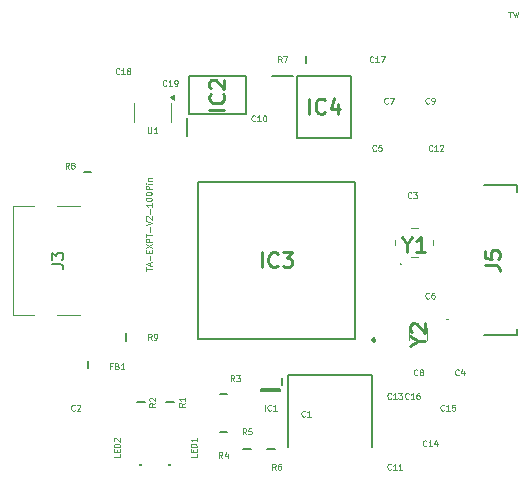
<source format=gbr>
%TF.GenerationSoftware,KiCad,Pcbnew,8.0.6-8.0.6-0~ubuntu24.04.1*%
%TF.CreationDate,2024-10-18T10:44:36-04:00*%
%TF.ProjectId,ta-expt-v2,74612d65-7870-4742-9d76-322e6b696361,rev?*%
%TF.SameCoordinates,Original*%
%TF.FileFunction,Legend,Top*%
%TF.FilePolarity,Positive*%
%FSLAX46Y46*%
G04 Gerber Fmt 4.6, Leading zero omitted, Abs format (unit mm)*
G04 Created by KiCad (PCBNEW 8.0.6-8.0.6-0~ubuntu24.04.1) date 2024-10-18 10:44:36*
%MOMM*%
%LPD*%
G01*
G04 APERTURE LIST*
%ADD10C,0.125000*%
%ADD11C,0.254000*%
%ADD12C,0.150000*%
%ADD13C,0.200000*%
%ADD14C,0.250000*%
%ADD15C,0.100000*%
%ADD16C,0.120000*%
G04 APERTURE END LIST*
D10*
X174629855Y-86932309D02*
X174915569Y-86932309D01*
X174772712Y-87432309D02*
X174772712Y-86932309D01*
X175034616Y-86932309D02*
X175153664Y-87432309D01*
X175153664Y-87432309D02*
X175248902Y-87075166D01*
X175248902Y-87075166D02*
X175344140Y-87432309D01*
X175344140Y-87432309D02*
X175463188Y-86932309D01*
X143932309Y-108870144D02*
X143932309Y-108584430D01*
X144432309Y-108727287D02*
X143932309Y-108727287D01*
X144289452Y-108441573D02*
X144289452Y-108203478D01*
X144432309Y-108489192D02*
X143932309Y-108322526D01*
X143932309Y-108322526D02*
X144432309Y-108155859D01*
X144241833Y-107989193D02*
X144241833Y-107608241D01*
X144170404Y-107370145D02*
X144170404Y-107203478D01*
X144432309Y-107132050D02*
X144432309Y-107370145D01*
X144432309Y-107370145D02*
X143932309Y-107370145D01*
X143932309Y-107370145D02*
X143932309Y-107132050D01*
X143932309Y-106965383D02*
X144432309Y-106632050D01*
X143932309Y-106632050D02*
X144432309Y-106965383D01*
X144432309Y-106441574D02*
X143932309Y-106441574D01*
X143932309Y-106441574D02*
X143932309Y-106251098D01*
X143932309Y-106251098D02*
X143956119Y-106203479D01*
X143956119Y-106203479D02*
X143979928Y-106179669D01*
X143979928Y-106179669D02*
X144027547Y-106155860D01*
X144027547Y-106155860D02*
X144098976Y-106155860D01*
X144098976Y-106155860D02*
X144146595Y-106179669D01*
X144146595Y-106179669D02*
X144170404Y-106203479D01*
X144170404Y-106203479D02*
X144194214Y-106251098D01*
X144194214Y-106251098D02*
X144194214Y-106441574D01*
X143932309Y-106013002D02*
X143932309Y-105727288D01*
X144432309Y-105870145D02*
X143932309Y-105870145D01*
X144241833Y-105560622D02*
X144241833Y-105179670D01*
X143932309Y-105013002D02*
X144432309Y-104846336D01*
X144432309Y-104846336D02*
X143932309Y-104679669D01*
X143979928Y-104536812D02*
X143956119Y-104513003D01*
X143956119Y-104513003D02*
X143932309Y-104465384D01*
X143932309Y-104465384D02*
X143932309Y-104346336D01*
X143932309Y-104346336D02*
X143956119Y-104298717D01*
X143956119Y-104298717D02*
X143979928Y-104274908D01*
X143979928Y-104274908D02*
X144027547Y-104251098D01*
X144027547Y-104251098D02*
X144075166Y-104251098D01*
X144075166Y-104251098D02*
X144146595Y-104274908D01*
X144146595Y-104274908D02*
X144432309Y-104560622D01*
X144432309Y-104560622D02*
X144432309Y-104251098D01*
X144241833Y-104036813D02*
X144241833Y-103655861D01*
X144432309Y-103155860D02*
X144432309Y-103441574D01*
X144432309Y-103298717D02*
X143932309Y-103298717D01*
X143932309Y-103298717D02*
X144003738Y-103346336D01*
X144003738Y-103346336D02*
X144051357Y-103393955D01*
X144051357Y-103393955D02*
X144075166Y-103441574D01*
X143932309Y-102846337D02*
X143932309Y-102798718D01*
X143932309Y-102798718D02*
X143956119Y-102751099D01*
X143956119Y-102751099D02*
X143979928Y-102727289D01*
X143979928Y-102727289D02*
X144027547Y-102703480D01*
X144027547Y-102703480D02*
X144122785Y-102679670D01*
X144122785Y-102679670D02*
X144241833Y-102679670D01*
X144241833Y-102679670D02*
X144337071Y-102703480D01*
X144337071Y-102703480D02*
X144384690Y-102727289D01*
X144384690Y-102727289D02*
X144408500Y-102751099D01*
X144408500Y-102751099D02*
X144432309Y-102798718D01*
X144432309Y-102798718D02*
X144432309Y-102846337D01*
X144432309Y-102846337D02*
X144408500Y-102893956D01*
X144408500Y-102893956D02*
X144384690Y-102917765D01*
X144384690Y-102917765D02*
X144337071Y-102941575D01*
X144337071Y-102941575D02*
X144241833Y-102965384D01*
X144241833Y-102965384D02*
X144122785Y-102965384D01*
X144122785Y-102965384D02*
X144027547Y-102941575D01*
X144027547Y-102941575D02*
X143979928Y-102917765D01*
X143979928Y-102917765D02*
X143956119Y-102893956D01*
X143956119Y-102893956D02*
X143932309Y-102846337D01*
X143932309Y-102370147D02*
X143932309Y-102322528D01*
X143932309Y-102322528D02*
X143956119Y-102274909D01*
X143956119Y-102274909D02*
X143979928Y-102251099D01*
X143979928Y-102251099D02*
X144027547Y-102227290D01*
X144027547Y-102227290D02*
X144122785Y-102203480D01*
X144122785Y-102203480D02*
X144241833Y-102203480D01*
X144241833Y-102203480D02*
X144337071Y-102227290D01*
X144337071Y-102227290D02*
X144384690Y-102251099D01*
X144384690Y-102251099D02*
X144408500Y-102274909D01*
X144408500Y-102274909D02*
X144432309Y-102322528D01*
X144432309Y-102322528D02*
X144432309Y-102370147D01*
X144432309Y-102370147D02*
X144408500Y-102417766D01*
X144408500Y-102417766D02*
X144384690Y-102441575D01*
X144384690Y-102441575D02*
X144337071Y-102465385D01*
X144337071Y-102465385D02*
X144241833Y-102489194D01*
X144241833Y-102489194D02*
X144122785Y-102489194D01*
X144122785Y-102489194D02*
X144027547Y-102465385D01*
X144027547Y-102465385D02*
X143979928Y-102441575D01*
X143979928Y-102441575D02*
X143956119Y-102417766D01*
X143956119Y-102417766D02*
X143932309Y-102370147D01*
X144432309Y-101989195D02*
X143932309Y-101989195D01*
X143932309Y-101989195D02*
X143932309Y-101798719D01*
X143932309Y-101798719D02*
X143956119Y-101751100D01*
X143956119Y-101751100D02*
X143979928Y-101727290D01*
X143979928Y-101727290D02*
X144027547Y-101703481D01*
X144027547Y-101703481D02*
X144098976Y-101703481D01*
X144098976Y-101703481D02*
X144146595Y-101727290D01*
X144146595Y-101727290D02*
X144170404Y-101751100D01*
X144170404Y-101751100D02*
X144194214Y-101798719D01*
X144194214Y-101798719D02*
X144194214Y-101989195D01*
X144432309Y-101489195D02*
X144098976Y-101489195D01*
X143932309Y-101489195D02*
X143956119Y-101513004D01*
X143956119Y-101513004D02*
X143979928Y-101489195D01*
X143979928Y-101489195D02*
X143956119Y-101465385D01*
X143956119Y-101465385D02*
X143932309Y-101489195D01*
X143932309Y-101489195D02*
X143979928Y-101489195D01*
X144098976Y-101251100D02*
X144432309Y-101251100D01*
X144146595Y-101251100D02*
X144122785Y-101227290D01*
X144122785Y-101227290D02*
X144098976Y-101179671D01*
X144098976Y-101179671D02*
X144098976Y-101108243D01*
X144098976Y-101108243D02*
X144122785Y-101060624D01*
X144122785Y-101060624D02*
X144170404Y-101036814D01*
X144170404Y-101036814D02*
X144432309Y-101036814D01*
X169178571Y-120677190D02*
X169154762Y-120701000D01*
X169154762Y-120701000D02*
X169083333Y-120724809D01*
X169083333Y-120724809D02*
X169035714Y-120724809D01*
X169035714Y-120724809D02*
X168964286Y-120701000D01*
X168964286Y-120701000D02*
X168916667Y-120653380D01*
X168916667Y-120653380D02*
X168892857Y-120605761D01*
X168892857Y-120605761D02*
X168869048Y-120510523D01*
X168869048Y-120510523D02*
X168869048Y-120439095D01*
X168869048Y-120439095D02*
X168892857Y-120343857D01*
X168892857Y-120343857D02*
X168916667Y-120296238D01*
X168916667Y-120296238D02*
X168964286Y-120248619D01*
X168964286Y-120248619D02*
X169035714Y-120224809D01*
X169035714Y-120224809D02*
X169083333Y-120224809D01*
X169083333Y-120224809D02*
X169154762Y-120248619D01*
X169154762Y-120248619D02*
X169178571Y-120272428D01*
X169654762Y-120724809D02*
X169369048Y-120724809D01*
X169511905Y-120724809D02*
X169511905Y-120224809D01*
X169511905Y-120224809D02*
X169464286Y-120296238D01*
X169464286Y-120296238D02*
X169416667Y-120343857D01*
X169416667Y-120343857D02*
X169369048Y-120367666D01*
X170107142Y-120224809D02*
X169869047Y-120224809D01*
X169869047Y-120224809D02*
X169845238Y-120462904D01*
X169845238Y-120462904D02*
X169869047Y-120439095D01*
X169869047Y-120439095D02*
X169916666Y-120415285D01*
X169916666Y-120415285D02*
X170035714Y-120415285D01*
X170035714Y-120415285D02*
X170083333Y-120439095D01*
X170083333Y-120439095D02*
X170107142Y-120462904D01*
X170107142Y-120462904D02*
X170130952Y-120510523D01*
X170130952Y-120510523D02*
X170130952Y-120629571D01*
X170130952Y-120629571D02*
X170107142Y-120677190D01*
X170107142Y-120677190D02*
X170083333Y-120701000D01*
X170083333Y-120701000D02*
X170035714Y-120724809D01*
X170035714Y-120724809D02*
X169916666Y-120724809D01*
X169916666Y-120724809D02*
X169869047Y-120701000D01*
X169869047Y-120701000D02*
X169845238Y-120677190D01*
X164678571Y-125677190D02*
X164654762Y-125701000D01*
X164654762Y-125701000D02*
X164583333Y-125724809D01*
X164583333Y-125724809D02*
X164535714Y-125724809D01*
X164535714Y-125724809D02*
X164464286Y-125701000D01*
X164464286Y-125701000D02*
X164416667Y-125653380D01*
X164416667Y-125653380D02*
X164392857Y-125605761D01*
X164392857Y-125605761D02*
X164369048Y-125510523D01*
X164369048Y-125510523D02*
X164369048Y-125439095D01*
X164369048Y-125439095D02*
X164392857Y-125343857D01*
X164392857Y-125343857D02*
X164416667Y-125296238D01*
X164416667Y-125296238D02*
X164464286Y-125248619D01*
X164464286Y-125248619D02*
X164535714Y-125224809D01*
X164535714Y-125224809D02*
X164583333Y-125224809D01*
X164583333Y-125224809D02*
X164654762Y-125248619D01*
X164654762Y-125248619D02*
X164678571Y-125272428D01*
X165154762Y-125724809D02*
X164869048Y-125724809D01*
X165011905Y-125724809D02*
X165011905Y-125224809D01*
X165011905Y-125224809D02*
X164964286Y-125296238D01*
X164964286Y-125296238D02*
X164916667Y-125343857D01*
X164916667Y-125343857D02*
X164869048Y-125367666D01*
X165630952Y-125724809D02*
X165345238Y-125724809D01*
X165488095Y-125724809D02*
X165488095Y-125224809D01*
X165488095Y-125224809D02*
X165440476Y-125296238D01*
X165440476Y-125296238D02*
X165392857Y-125343857D01*
X165392857Y-125343857D02*
X165345238Y-125367666D01*
X154916666Y-125724809D02*
X154750000Y-125486714D01*
X154630952Y-125724809D02*
X154630952Y-125224809D01*
X154630952Y-125224809D02*
X154821428Y-125224809D01*
X154821428Y-125224809D02*
X154869047Y-125248619D01*
X154869047Y-125248619D02*
X154892857Y-125272428D01*
X154892857Y-125272428D02*
X154916666Y-125320047D01*
X154916666Y-125320047D02*
X154916666Y-125391476D01*
X154916666Y-125391476D02*
X154892857Y-125439095D01*
X154892857Y-125439095D02*
X154869047Y-125462904D01*
X154869047Y-125462904D02*
X154821428Y-125486714D01*
X154821428Y-125486714D02*
X154630952Y-125486714D01*
X155345238Y-125224809D02*
X155250000Y-125224809D01*
X155250000Y-125224809D02*
X155202381Y-125248619D01*
X155202381Y-125248619D02*
X155178571Y-125272428D01*
X155178571Y-125272428D02*
X155130952Y-125343857D01*
X155130952Y-125343857D02*
X155107143Y-125439095D01*
X155107143Y-125439095D02*
X155107143Y-125629571D01*
X155107143Y-125629571D02*
X155130952Y-125677190D01*
X155130952Y-125677190D02*
X155154762Y-125701000D01*
X155154762Y-125701000D02*
X155202381Y-125724809D01*
X155202381Y-125724809D02*
X155297619Y-125724809D01*
X155297619Y-125724809D02*
X155345238Y-125701000D01*
X155345238Y-125701000D02*
X155369047Y-125677190D01*
X155369047Y-125677190D02*
X155392857Y-125629571D01*
X155392857Y-125629571D02*
X155392857Y-125510523D01*
X155392857Y-125510523D02*
X155369047Y-125462904D01*
X155369047Y-125462904D02*
X155345238Y-125439095D01*
X155345238Y-125439095D02*
X155297619Y-125415285D01*
X155297619Y-125415285D02*
X155202381Y-125415285D01*
X155202381Y-125415285D02*
X155154762Y-125439095D01*
X155154762Y-125439095D02*
X155130952Y-125462904D01*
X155130952Y-125462904D02*
X155107143Y-125510523D01*
X147224809Y-120083333D02*
X146986714Y-120249999D01*
X147224809Y-120369047D02*
X146724809Y-120369047D01*
X146724809Y-120369047D02*
X146724809Y-120178571D01*
X146724809Y-120178571D02*
X146748619Y-120130952D01*
X146748619Y-120130952D02*
X146772428Y-120107142D01*
X146772428Y-120107142D02*
X146820047Y-120083333D01*
X146820047Y-120083333D02*
X146891476Y-120083333D01*
X146891476Y-120083333D02*
X146939095Y-120107142D01*
X146939095Y-120107142D02*
X146962904Y-120130952D01*
X146962904Y-120130952D02*
X146986714Y-120178571D01*
X146986714Y-120178571D02*
X146986714Y-120369047D01*
X147224809Y-119607142D02*
X147224809Y-119892856D01*
X147224809Y-119749999D02*
X146724809Y-119749999D01*
X146724809Y-119749999D02*
X146796238Y-119797618D01*
X146796238Y-119797618D02*
X146843857Y-119845237D01*
X146843857Y-119845237D02*
X146867666Y-119892856D01*
X166916666Y-117677190D02*
X166892857Y-117701000D01*
X166892857Y-117701000D02*
X166821428Y-117724809D01*
X166821428Y-117724809D02*
X166773809Y-117724809D01*
X166773809Y-117724809D02*
X166702381Y-117701000D01*
X166702381Y-117701000D02*
X166654762Y-117653380D01*
X166654762Y-117653380D02*
X166630952Y-117605761D01*
X166630952Y-117605761D02*
X166607143Y-117510523D01*
X166607143Y-117510523D02*
X166607143Y-117439095D01*
X166607143Y-117439095D02*
X166630952Y-117343857D01*
X166630952Y-117343857D02*
X166654762Y-117296238D01*
X166654762Y-117296238D02*
X166702381Y-117248619D01*
X166702381Y-117248619D02*
X166773809Y-117224809D01*
X166773809Y-117224809D02*
X166821428Y-117224809D01*
X166821428Y-117224809D02*
X166892857Y-117248619D01*
X166892857Y-117248619D02*
X166916666Y-117272428D01*
X167202381Y-117439095D02*
X167154762Y-117415285D01*
X167154762Y-117415285D02*
X167130952Y-117391476D01*
X167130952Y-117391476D02*
X167107143Y-117343857D01*
X167107143Y-117343857D02*
X167107143Y-117320047D01*
X167107143Y-117320047D02*
X167130952Y-117272428D01*
X167130952Y-117272428D02*
X167154762Y-117248619D01*
X167154762Y-117248619D02*
X167202381Y-117224809D01*
X167202381Y-117224809D02*
X167297619Y-117224809D01*
X167297619Y-117224809D02*
X167345238Y-117248619D01*
X167345238Y-117248619D02*
X167369047Y-117272428D01*
X167369047Y-117272428D02*
X167392857Y-117320047D01*
X167392857Y-117320047D02*
X167392857Y-117343857D01*
X167392857Y-117343857D02*
X167369047Y-117391476D01*
X167369047Y-117391476D02*
X167345238Y-117415285D01*
X167345238Y-117415285D02*
X167297619Y-117439095D01*
X167297619Y-117439095D02*
X167202381Y-117439095D01*
X167202381Y-117439095D02*
X167154762Y-117462904D01*
X167154762Y-117462904D02*
X167130952Y-117486714D01*
X167130952Y-117486714D02*
X167107143Y-117534333D01*
X167107143Y-117534333D02*
X167107143Y-117629571D01*
X167107143Y-117629571D02*
X167130952Y-117677190D01*
X167130952Y-117677190D02*
X167154762Y-117701000D01*
X167154762Y-117701000D02*
X167202381Y-117724809D01*
X167202381Y-117724809D02*
X167297619Y-117724809D01*
X167297619Y-117724809D02*
X167345238Y-117701000D01*
X167345238Y-117701000D02*
X167369047Y-117677190D01*
X167369047Y-117677190D02*
X167392857Y-117629571D01*
X167392857Y-117629571D02*
X167392857Y-117534333D01*
X167392857Y-117534333D02*
X167369047Y-117486714D01*
X167369047Y-117486714D02*
X167345238Y-117462904D01*
X167345238Y-117462904D02*
X167297619Y-117439095D01*
X163178571Y-91177190D02*
X163154762Y-91201000D01*
X163154762Y-91201000D02*
X163083333Y-91224809D01*
X163083333Y-91224809D02*
X163035714Y-91224809D01*
X163035714Y-91224809D02*
X162964286Y-91201000D01*
X162964286Y-91201000D02*
X162916667Y-91153380D01*
X162916667Y-91153380D02*
X162892857Y-91105761D01*
X162892857Y-91105761D02*
X162869048Y-91010523D01*
X162869048Y-91010523D02*
X162869048Y-90939095D01*
X162869048Y-90939095D02*
X162892857Y-90843857D01*
X162892857Y-90843857D02*
X162916667Y-90796238D01*
X162916667Y-90796238D02*
X162964286Y-90748619D01*
X162964286Y-90748619D02*
X163035714Y-90724809D01*
X163035714Y-90724809D02*
X163083333Y-90724809D01*
X163083333Y-90724809D02*
X163154762Y-90748619D01*
X163154762Y-90748619D02*
X163178571Y-90772428D01*
X163654762Y-91224809D02*
X163369048Y-91224809D01*
X163511905Y-91224809D02*
X163511905Y-90724809D01*
X163511905Y-90724809D02*
X163464286Y-90796238D01*
X163464286Y-90796238D02*
X163416667Y-90843857D01*
X163416667Y-90843857D02*
X163369048Y-90867666D01*
X163821428Y-90724809D02*
X164154761Y-90724809D01*
X164154761Y-90724809D02*
X163940476Y-91224809D01*
X157416666Y-121177190D02*
X157392857Y-121201000D01*
X157392857Y-121201000D02*
X157321428Y-121224809D01*
X157321428Y-121224809D02*
X157273809Y-121224809D01*
X157273809Y-121224809D02*
X157202381Y-121201000D01*
X157202381Y-121201000D02*
X157154762Y-121153380D01*
X157154762Y-121153380D02*
X157130952Y-121105761D01*
X157130952Y-121105761D02*
X157107143Y-121010523D01*
X157107143Y-121010523D02*
X157107143Y-120939095D01*
X157107143Y-120939095D02*
X157130952Y-120843857D01*
X157130952Y-120843857D02*
X157154762Y-120796238D01*
X157154762Y-120796238D02*
X157202381Y-120748619D01*
X157202381Y-120748619D02*
X157273809Y-120724809D01*
X157273809Y-120724809D02*
X157321428Y-120724809D01*
X157321428Y-120724809D02*
X157392857Y-120748619D01*
X157392857Y-120748619D02*
X157416666Y-120772428D01*
X157892857Y-121224809D02*
X157607143Y-121224809D01*
X157750000Y-121224809D02*
X157750000Y-120724809D01*
X157750000Y-120724809D02*
X157702381Y-120796238D01*
X157702381Y-120796238D02*
X157654762Y-120843857D01*
X157654762Y-120843857D02*
X157607143Y-120867666D01*
D11*
X153760237Y-108574318D02*
X153760237Y-107304318D01*
X155090714Y-108453365D02*
X155030238Y-108513842D01*
X155030238Y-108513842D02*
X154848809Y-108574318D01*
X154848809Y-108574318D02*
X154727857Y-108574318D01*
X154727857Y-108574318D02*
X154546428Y-108513842D01*
X154546428Y-108513842D02*
X154425476Y-108392889D01*
X154425476Y-108392889D02*
X154364999Y-108271937D01*
X154364999Y-108271937D02*
X154304523Y-108030032D01*
X154304523Y-108030032D02*
X154304523Y-107848603D01*
X154304523Y-107848603D02*
X154364999Y-107606699D01*
X154364999Y-107606699D02*
X154425476Y-107485746D01*
X154425476Y-107485746D02*
X154546428Y-107364794D01*
X154546428Y-107364794D02*
X154727857Y-107304318D01*
X154727857Y-107304318D02*
X154848809Y-107304318D01*
X154848809Y-107304318D02*
X155030238Y-107364794D01*
X155030238Y-107364794D02*
X155090714Y-107425270D01*
X155514047Y-107304318D02*
X156300238Y-107304318D01*
X156300238Y-107304318D02*
X155876904Y-107788127D01*
X155876904Y-107788127D02*
X156058333Y-107788127D01*
X156058333Y-107788127D02*
X156179285Y-107848603D01*
X156179285Y-107848603D02*
X156239761Y-107909080D01*
X156239761Y-107909080D02*
X156300238Y-108030032D01*
X156300238Y-108030032D02*
X156300238Y-108332413D01*
X156300238Y-108332413D02*
X156239761Y-108453365D01*
X156239761Y-108453365D02*
X156179285Y-108513842D01*
X156179285Y-108513842D02*
X156058333Y-108574318D01*
X156058333Y-108574318D02*
X155695476Y-108574318D01*
X155695476Y-108574318D02*
X155574523Y-108513842D01*
X155574523Y-108513842D02*
X155514047Y-108453365D01*
D10*
X153178571Y-96177190D02*
X153154762Y-96201000D01*
X153154762Y-96201000D02*
X153083333Y-96224809D01*
X153083333Y-96224809D02*
X153035714Y-96224809D01*
X153035714Y-96224809D02*
X152964286Y-96201000D01*
X152964286Y-96201000D02*
X152916667Y-96153380D01*
X152916667Y-96153380D02*
X152892857Y-96105761D01*
X152892857Y-96105761D02*
X152869048Y-96010523D01*
X152869048Y-96010523D02*
X152869048Y-95939095D01*
X152869048Y-95939095D02*
X152892857Y-95843857D01*
X152892857Y-95843857D02*
X152916667Y-95796238D01*
X152916667Y-95796238D02*
X152964286Y-95748619D01*
X152964286Y-95748619D02*
X153035714Y-95724809D01*
X153035714Y-95724809D02*
X153083333Y-95724809D01*
X153083333Y-95724809D02*
X153154762Y-95748619D01*
X153154762Y-95748619D02*
X153178571Y-95772428D01*
X153654762Y-96224809D02*
X153369048Y-96224809D01*
X153511905Y-96224809D02*
X153511905Y-95724809D01*
X153511905Y-95724809D02*
X153464286Y-95796238D01*
X153464286Y-95796238D02*
X153416667Y-95843857D01*
X153416667Y-95843857D02*
X153369048Y-95867666D01*
X153964285Y-95724809D02*
X154011904Y-95724809D01*
X154011904Y-95724809D02*
X154059523Y-95748619D01*
X154059523Y-95748619D02*
X154083333Y-95772428D01*
X154083333Y-95772428D02*
X154107142Y-95820047D01*
X154107142Y-95820047D02*
X154130952Y-95915285D01*
X154130952Y-95915285D02*
X154130952Y-96034333D01*
X154130952Y-96034333D02*
X154107142Y-96129571D01*
X154107142Y-96129571D02*
X154083333Y-96177190D01*
X154083333Y-96177190D02*
X154059523Y-96201000D01*
X154059523Y-96201000D02*
X154011904Y-96224809D01*
X154011904Y-96224809D02*
X153964285Y-96224809D01*
X153964285Y-96224809D02*
X153916666Y-96201000D01*
X153916666Y-96201000D02*
X153892857Y-96177190D01*
X153892857Y-96177190D02*
X153869047Y-96129571D01*
X153869047Y-96129571D02*
X153845238Y-96034333D01*
X153845238Y-96034333D02*
X153845238Y-95915285D01*
X153845238Y-95915285D02*
X153869047Y-95820047D01*
X153869047Y-95820047D02*
X153892857Y-95772428D01*
X153892857Y-95772428D02*
X153916666Y-95748619D01*
X153916666Y-95748619D02*
X153964285Y-95724809D01*
D11*
X157760237Y-95574318D02*
X157760237Y-94304318D01*
X159090714Y-95453365D02*
X159030238Y-95513842D01*
X159030238Y-95513842D02*
X158848809Y-95574318D01*
X158848809Y-95574318D02*
X158727857Y-95574318D01*
X158727857Y-95574318D02*
X158546428Y-95513842D01*
X158546428Y-95513842D02*
X158425476Y-95392889D01*
X158425476Y-95392889D02*
X158364999Y-95271937D01*
X158364999Y-95271937D02*
X158304523Y-95030032D01*
X158304523Y-95030032D02*
X158304523Y-94848603D01*
X158304523Y-94848603D02*
X158364999Y-94606699D01*
X158364999Y-94606699D02*
X158425476Y-94485746D01*
X158425476Y-94485746D02*
X158546428Y-94364794D01*
X158546428Y-94364794D02*
X158727857Y-94304318D01*
X158727857Y-94304318D02*
X158848809Y-94304318D01*
X158848809Y-94304318D02*
X159030238Y-94364794D01*
X159030238Y-94364794D02*
X159090714Y-94425270D01*
X160179285Y-94727651D02*
X160179285Y-95574318D01*
X159876904Y-94243842D02*
X159574523Y-95150984D01*
X159574523Y-95150984D02*
X160360714Y-95150984D01*
D10*
X163416666Y-98677190D02*
X163392857Y-98701000D01*
X163392857Y-98701000D02*
X163321428Y-98724809D01*
X163321428Y-98724809D02*
X163273809Y-98724809D01*
X163273809Y-98724809D02*
X163202381Y-98701000D01*
X163202381Y-98701000D02*
X163154762Y-98653380D01*
X163154762Y-98653380D02*
X163130952Y-98605761D01*
X163130952Y-98605761D02*
X163107143Y-98510523D01*
X163107143Y-98510523D02*
X163107143Y-98439095D01*
X163107143Y-98439095D02*
X163130952Y-98343857D01*
X163130952Y-98343857D02*
X163154762Y-98296238D01*
X163154762Y-98296238D02*
X163202381Y-98248619D01*
X163202381Y-98248619D02*
X163273809Y-98224809D01*
X163273809Y-98224809D02*
X163321428Y-98224809D01*
X163321428Y-98224809D02*
X163392857Y-98248619D01*
X163392857Y-98248619D02*
X163416666Y-98272428D01*
X163869047Y-98224809D02*
X163630952Y-98224809D01*
X163630952Y-98224809D02*
X163607143Y-98462904D01*
X163607143Y-98462904D02*
X163630952Y-98439095D01*
X163630952Y-98439095D02*
X163678571Y-98415285D01*
X163678571Y-98415285D02*
X163797619Y-98415285D01*
X163797619Y-98415285D02*
X163845238Y-98439095D01*
X163845238Y-98439095D02*
X163869047Y-98462904D01*
X163869047Y-98462904D02*
X163892857Y-98510523D01*
X163892857Y-98510523D02*
X163892857Y-98629571D01*
X163892857Y-98629571D02*
X163869047Y-98677190D01*
X163869047Y-98677190D02*
X163845238Y-98701000D01*
X163845238Y-98701000D02*
X163797619Y-98724809D01*
X163797619Y-98724809D02*
X163678571Y-98724809D01*
X163678571Y-98724809D02*
X163630952Y-98701000D01*
X163630952Y-98701000D02*
X163607143Y-98677190D01*
X145678571Y-93177190D02*
X145654762Y-93201000D01*
X145654762Y-93201000D02*
X145583333Y-93224809D01*
X145583333Y-93224809D02*
X145535714Y-93224809D01*
X145535714Y-93224809D02*
X145464286Y-93201000D01*
X145464286Y-93201000D02*
X145416667Y-93153380D01*
X145416667Y-93153380D02*
X145392857Y-93105761D01*
X145392857Y-93105761D02*
X145369048Y-93010523D01*
X145369048Y-93010523D02*
X145369048Y-92939095D01*
X145369048Y-92939095D02*
X145392857Y-92843857D01*
X145392857Y-92843857D02*
X145416667Y-92796238D01*
X145416667Y-92796238D02*
X145464286Y-92748619D01*
X145464286Y-92748619D02*
X145535714Y-92724809D01*
X145535714Y-92724809D02*
X145583333Y-92724809D01*
X145583333Y-92724809D02*
X145654762Y-92748619D01*
X145654762Y-92748619D02*
X145678571Y-92772428D01*
X146154762Y-93224809D02*
X145869048Y-93224809D01*
X146011905Y-93224809D02*
X146011905Y-92724809D01*
X146011905Y-92724809D02*
X145964286Y-92796238D01*
X145964286Y-92796238D02*
X145916667Y-92843857D01*
X145916667Y-92843857D02*
X145869048Y-92867666D01*
X146392857Y-93224809D02*
X146488095Y-93224809D01*
X146488095Y-93224809D02*
X146535714Y-93201000D01*
X146535714Y-93201000D02*
X146559523Y-93177190D01*
X146559523Y-93177190D02*
X146607142Y-93105761D01*
X146607142Y-93105761D02*
X146630952Y-93010523D01*
X146630952Y-93010523D02*
X146630952Y-92820047D01*
X146630952Y-92820047D02*
X146607142Y-92772428D01*
X146607142Y-92772428D02*
X146583333Y-92748619D01*
X146583333Y-92748619D02*
X146535714Y-92724809D01*
X146535714Y-92724809D02*
X146440476Y-92724809D01*
X146440476Y-92724809D02*
X146392857Y-92748619D01*
X146392857Y-92748619D02*
X146369047Y-92772428D01*
X146369047Y-92772428D02*
X146345238Y-92820047D01*
X146345238Y-92820047D02*
X146345238Y-92939095D01*
X146345238Y-92939095D02*
X146369047Y-92986714D01*
X146369047Y-92986714D02*
X146392857Y-93010523D01*
X146392857Y-93010523D02*
X146440476Y-93034333D01*
X146440476Y-93034333D02*
X146535714Y-93034333D01*
X146535714Y-93034333D02*
X146583333Y-93010523D01*
X146583333Y-93010523D02*
X146607142Y-92986714D01*
X146607142Y-92986714D02*
X146630952Y-92939095D01*
X141678571Y-92177190D02*
X141654762Y-92201000D01*
X141654762Y-92201000D02*
X141583333Y-92224809D01*
X141583333Y-92224809D02*
X141535714Y-92224809D01*
X141535714Y-92224809D02*
X141464286Y-92201000D01*
X141464286Y-92201000D02*
X141416667Y-92153380D01*
X141416667Y-92153380D02*
X141392857Y-92105761D01*
X141392857Y-92105761D02*
X141369048Y-92010523D01*
X141369048Y-92010523D02*
X141369048Y-91939095D01*
X141369048Y-91939095D02*
X141392857Y-91843857D01*
X141392857Y-91843857D02*
X141416667Y-91796238D01*
X141416667Y-91796238D02*
X141464286Y-91748619D01*
X141464286Y-91748619D02*
X141535714Y-91724809D01*
X141535714Y-91724809D02*
X141583333Y-91724809D01*
X141583333Y-91724809D02*
X141654762Y-91748619D01*
X141654762Y-91748619D02*
X141678571Y-91772428D01*
X142154762Y-92224809D02*
X141869048Y-92224809D01*
X142011905Y-92224809D02*
X142011905Y-91724809D01*
X142011905Y-91724809D02*
X141964286Y-91796238D01*
X141964286Y-91796238D02*
X141916667Y-91843857D01*
X141916667Y-91843857D02*
X141869048Y-91867666D01*
X142440476Y-91939095D02*
X142392857Y-91915285D01*
X142392857Y-91915285D02*
X142369047Y-91891476D01*
X142369047Y-91891476D02*
X142345238Y-91843857D01*
X142345238Y-91843857D02*
X142345238Y-91820047D01*
X142345238Y-91820047D02*
X142369047Y-91772428D01*
X142369047Y-91772428D02*
X142392857Y-91748619D01*
X142392857Y-91748619D02*
X142440476Y-91724809D01*
X142440476Y-91724809D02*
X142535714Y-91724809D01*
X142535714Y-91724809D02*
X142583333Y-91748619D01*
X142583333Y-91748619D02*
X142607142Y-91772428D01*
X142607142Y-91772428D02*
X142630952Y-91820047D01*
X142630952Y-91820047D02*
X142630952Y-91843857D01*
X142630952Y-91843857D02*
X142607142Y-91891476D01*
X142607142Y-91891476D02*
X142583333Y-91915285D01*
X142583333Y-91915285D02*
X142535714Y-91939095D01*
X142535714Y-91939095D02*
X142440476Y-91939095D01*
X142440476Y-91939095D02*
X142392857Y-91962904D01*
X142392857Y-91962904D02*
X142369047Y-91986714D01*
X142369047Y-91986714D02*
X142345238Y-92034333D01*
X142345238Y-92034333D02*
X142345238Y-92129571D01*
X142345238Y-92129571D02*
X142369047Y-92177190D01*
X142369047Y-92177190D02*
X142392857Y-92201000D01*
X142392857Y-92201000D02*
X142440476Y-92224809D01*
X142440476Y-92224809D02*
X142535714Y-92224809D01*
X142535714Y-92224809D02*
X142583333Y-92201000D01*
X142583333Y-92201000D02*
X142607142Y-92177190D01*
X142607142Y-92177190D02*
X142630952Y-92129571D01*
X142630952Y-92129571D02*
X142630952Y-92034333D01*
X142630952Y-92034333D02*
X142607142Y-91986714D01*
X142607142Y-91986714D02*
X142583333Y-91962904D01*
X142583333Y-91962904D02*
X142535714Y-91939095D01*
X167916666Y-111177190D02*
X167892857Y-111201000D01*
X167892857Y-111201000D02*
X167821428Y-111224809D01*
X167821428Y-111224809D02*
X167773809Y-111224809D01*
X167773809Y-111224809D02*
X167702381Y-111201000D01*
X167702381Y-111201000D02*
X167654762Y-111153380D01*
X167654762Y-111153380D02*
X167630952Y-111105761D01*
X167630952Y-111105761D02*
X167607143Y-111010523D01*
X167607143Y-111010523D02*
X167607143Y-110939095D01*
X167607143Y-110939095D02*
X167630952Y-110843857D01*
X167630952Y-110843857D02*
X167654762Y-110796238D01*
X167654762Y-110796238D02*
X167702381Y-110748619D01*
X167702381Y-110748619D02*
X167773809Y-110724809D01*
X167773809Y-110724809D02*
X167821428Y-110724809D01*
X167821428Y-110724809D02*
X167892857Y-110748619D01*
X167892857Y-110748619D02*
X167916666Y-110772428D01*
X168345238Y-110724809D02*
X168250000Y-110724809D01*
X168250000Y-110724809D02*
X168202381Y-110748619D01*
X168202381Y-110748619D02*
X168178571Y-110772428D01*
X168178571Y-110772428D02*
X168130952Y-110843857D01*
X168130952Y-110843857D02*
X168107143Y-110939095D01*
X168107143Y-110939095D02*
X168107143Y-111129571D01*
X168107143Y-111129571D02*
X168130952Y-111177190D01*
X168130952Y-111177190D02*
X168154762Y-111201000D01*
X168154762Y-111201000D02*
X168202381Y-111224809D01*
X168202381Y-111224809D02*
X168297619Y-111224809D01*
X168297619Y-111224809D02*
X168345238Y-111201000D01*
X168345238Y-111201000D02*
X168369047Y-111177190D01*
X168369047Y-111177190D02*
X168392857Y-111129571D01*
X168392857Y-111129571D02*
X168392857Y-111010523D01*
X168392857Y-111010523D02*
X168369047Y-110962904D01*
X168369047Y-110962904D02*
X168345238Y-110939095D01*
X168345238Y-110939095D02*
X168297619Y-110915285D01*
X168297619Y-110915285D02*
X168202381Y-110915285D01*
X168202381Y-110915285D02*
X168154762Y-110939095D01*
X168154762Y-110939095D02*
X168130952Y-110962904D01*
X168130952Y-110962904D02*
X168107143Y-111010523D01*
X148224809Y-124409523D02*
X148224809Y-124647618D01*
X148224809Y-124647618D02*
X147724809Y-124647618D01*
X147962904Y-124242856D02*
X147962904Y-124076189D01*
X148224809Y-124004761D02*
X148224809Y-124242856D01*
X148224809Y-124242856D02*
X147724809Y-124242856D01*
X147724809Y-124242856D02*
X147724809Y-124004761D01*
X148224809Y-123790475D02*
X147724809Y-123790475D01*
X147724809Y-123790475D02*
X147724809Y-123671427D01*
X147724809Y-123671427D02*
X147748619Y-123599999D01*
X147748619Y-123599999D02*
X147796238Y-123552380D01*
X147796238Y-123552380D02*
X147843857Y-123528570D01*
X147843857Y-123528570D02*
X147939095Y-123504761D01*
X147939095Y-123504761D02*
X148010523Y-123504761D01*
X148010523Y-123504761D02*
X148105761Y-123528570D01*
X148105761Y-123528570D02*
X148153380Y-123552380D01*
X148153380Y-123552380D02*
X148201000Y-123599999D01*
X148201000Y-123599999D02*
X148224809Y-123671427D01*
X148224809Y-123671427D02*
X148224809Y-123790475D01*
X148224809Y-123028570D02*
X148224809Y-123314284D01*
X148224809Y-123171427D02*
X147724809Y-123171427D01*
X147724809Y-123171427D02*
X147796238Y-123219046D01*
X147796238Y-123219046D02*
X147843857Y-123266665D01*
X147843857Y-123266665D02*
X147867666Y-123314284D01*
D11*
X166045238Y-106644556D02*
X166045238Y-107249318D01*
X165621905Y-105979318D02*
X166045238Y-106644556D01*
X166045238Y-106644556D02*
X166468572Y-105979318D01*
X167557143Y-107249318D02*
X166831428Y-107249318D01*
X167194285Y-107249318D02*
X167194285Y-105979318D01*
X167194285Y-105979318D02*
X167073333Y-106160746D01*
X167073333Y-106160746D02*
X166952381Y-106281699D01*
X166952381Y-106281699D02*
X166831428Y-106342175D01*
D10*
X166416666Y-102677190D02*
X166392857Y-102701000D01*
X166392857Y-102701000D02*
X166321428Y-102724809D01*
X166321428Y-102724809D02*
X166273809Y-102724809D01*
X166273809Y-102724809D02*
X166202381Y-102701000D01*
X166202381Y-102701000D02*
X166154762Y-102653380D01*
X166154762Y-102653380D02*
X166130952Y-102605761D01*
X166130952Y-102605761D02*
X166107143Y-102510523D01*
X166107143Y-102510523D02*
X166107143Y-102439095D01*
X166107143Y-102439095D02*
X166130952Y-102343857D01*
X166130952Y-102343857D02*
X166154762Y-102296238D01*
X166154762Y-102296238D02*
X166202381Y-102248619D01*
X166202381Y-102248619D02*
X166273809Y-102224809D01*
X166273809Y-102224809D02*
X166321428Y-102224809D01*
X166321428Y-102224809D02*
X166392857Y-102248619D01*
X166392857Y-102248619D02*
X166416666Y-102272428D01*
X166583333Y-102224809D02*
X166892857Y-102224809D01*
X166892857Y-102224809D02*
X166726190Y-102415285D01*
X166726190Y-102415285D02*
X166797619Y-102415285D01*
X166797619Y-102415285D02*
X166845238Y-102439095D01*
X166845238Y-102439095D02*
X166869047Y-102462904D01*
X166869047Y-102462904D02*
X166892857Y-102510523D01*
X166892857Y-102510523D02*
X166892857Y-102629571D01*
X166892857Y-102629571D02*
X166869047Y-102677190D01*
X166869047Y-102677190D02*
X166845238Y-102701000D01*
X166845238Y-102701000D02*
X166797619Y-102724809D01*
X166797619Y-102724809D02*
X166654762Y-102724809D01*
X166654762Y-102724809D02*
X166607143Y-102701000D01*
X166607143Y-102701000D02*
X166583333Y-102677190D01*
X141083334Y-116962904D02*
X140916667Y-116962904D01*
X140916667Y-117224809D02*
X140916667Y-116724809D01*
X140916667Y-116724809D02*
X141154762Y-116724809D01*
X141511905Y-116962904D02*
X141583333Y-116986714D01*
X141583333Y-116986714D02*
X141607143Y-117010523D01*
X141607143Y-117010523D02*
X141630952Y-117058142D01*
X141630952Y-117058142D02*
X141630952Y-117129571D01*
X141630952Y-117129571D02*
X141607143Y-117177190D01*
X141607143Y-117177190D02*
X141583333Y-117201000D01*
X141583333Y-117201000D02*
X141535714Y-117224809D01*
X141535714Y-117224809D02*
X141345238Y-117224809D01*
X141345238Y-117224809D02*
X141345238Y-116724809D01*
X141345238Y-116724809D02*
X141511905Y-116724809D01*
X141511905Y-116724809D02*
X141559524Y-116748619D01*
X141559524Y-116748619D02*
X141583333Y-116772428D01*
X141583333Y-116772428D02*
X141607143Y-116820047D01*
X141607143Y-116820047D02*
X141607143Y-116867666D01*
X141607143Y-116867666D02*
X141583333Y-116915285D01*
X141583333Y-116915285D02*
X141559524Y-116939095D01*
X141559524Y-116939095D02*
X141511905Y-116962904D01*
X141511905Y-116962904D02*
X141345238Y-116962904D01*
X142107143Y-117224809D02*
X141821429Y-117224809D01*
X141964286Y-117224809D02*
X141964286Y-116724809D01*
X141964286Y-116724809D02*
X141916667Y-116796238D01*
X141916667Y-116796238D02*
X141869048Y-116843857D01*
X141869048Y-116843857D02*
X141821429Y-116867666D01*
X167916666Y-94677190D02*
X167892857Y-94701000D01*
X167892857Y-94701000D02*
X167821428Y-94724809D01*
X167821428Y-94724809D02*
X167773809Y-94724809D01*
X167773809Y-94724809D02*
X167702381Y-94701000D01*
X167702381Y-94701000D02*
X167654762Y-94653380D01*
X167654762Y-94653380D02*
X167630952Y-94605761D01*
X167630952Y-94605761D02*
X167607143Y-94510523D01*
X167607143Y-94510523D02*
X167607143Y-94439095D01*
X167607143Y-94439095D02*
X167630952Y-94343857D01*
X167630952Y-94343857D02*
X167654762Y-94296238D01*
X167654762Y-94296238D02*
X167702381Y-94248619D01*
X167702381Y-94248619D02*
X167773809Y-94224809D01*
X167773809Y-94224809D02*
X167821428Y-94224809D01*
X167821428Y-94224809D02*
X167892857Y-94248619D01*
X167892857Y-94248619D02*
X167916666Y-94272428D01*
X168154762Y-94724809D02*
X168250000Y-94724809D01*
X168250000Y-94724809D02*
X168297619Y-94701000D01*
X168297619Y-94701000D02*
X168321428Y-94677190D01*
X168321428Y-94677190D02*
X168369047Y-94605761D01*
X168369047Y-94605761D02*
X168392857Y-94510523D01*
X168392857Y-94510523D02*
X168392857Y-94320047D01*
X168392857Y-94320047D02*
X168369047Y-94272428D01*
X168369047Y-94272428D02*
X168345238Y-94248619D01*
X168345238Y-94248619D02*
X168297619Y-94224809D01*
X168297619Y-94224809D02*
X168202381Y-94224809D01*
X168202381Y-94224809D02*
X168154762Y-94248619D01*
X168154762Y-94248619D02*
X168130952Y-94272428D01*
X168130952Y-94272428D02*
X168107143Y-94320047D01*
X168107143Y-94320047D02*
X168107143Y-94439095D01*
X168107143Y-94439095D02*
X168130952Y-94486714D01*
X168130952Y-94486714D02*
X168154762Y-94510523D01*
X168154762Y-94510523D02*
X168202381Y-94534333D01*
X168202381Y-94534333D02*
X168297619Y-94534333D01*
X168297619Y-94534333D02*
X168345238Y-94510523D01*
X168345238Y-94510523D02*
X168369047Y-94486714D01*
X168369047Y-94486714D02*
X168392857Y-94439095D01*
X164678571Y-119677190D02*
X164654762Y-119701000D01*
X164654762Y-119701000D02*
X164583333Y-119724809D01*
X164583333Y-119724809D02*
X164535714Y-119724809D01*
X164535714Y-119724809D02*
X164464286Y-119701000D01*
X164464286Y-119701000D02*
X164416667Y-119653380D01*
X164416667Y-119653380D02*
X164392857Y-119605761D01*
X164392857Y-119605761D02*
X164369048Y-119510523D01*
X164369048Y-119510523D02*
X164369048Y-119439095D01*
X164369048Y-119439095D02*
X164392857Y-119343857D01*
X164392857Y-119343857D02*
X164416667Y-119296238D01*
X164416667Y-119296238D02*
X164464286Y-119248619D01*
X164464286Y-119248619D02*
X164535714Y-119224809D01*
X164535714Y-119224809D02*
X164583333Y-119224809D01*
X164583333Y-119224809D02*
X164654762Y-119248619D01*
X164654762Y-119248619D02*
X164678571Y-119272428D01*
X165154762Y-119724809D02*
X164869048Y-119724809D01*
X165011905Y-119724809D02*
X165011905Y-119224809D01*
X165011905Y-119224809D02*
X164964286Y-119296238D01*
X164964286Y-119296238D02*
X164916667Y-119343857D01*
X164916667Y-119343857D02*
X164869048Y-119367666D01*
X165321428Y-119224809D02*
X165630952Y-119224809D01*
X165630952Y-119224809D02*
X165464285Y-119415285D01*
X165464285Y-119415285D02*
X165535714Y-119415285D01*
X165535714Y-119415285D02*
X165583333Y-119439095D01*
X165583333Y-119439095D02*
X165607142Y-119462904D01*
X165607142Y-119462904D02*
X165630952Y-119510523D01*
X165630952Y-119510523D02*
X165630952Y-119629571D01*
X165630952Y-119629571D02*
X165607142Y-119677190D01*
X165607142Y-119677190D02*
X165583333Y-119701000D01*
X165583333Y-119701000D02*
X165535714Y-119724809D01*
X165535714Y-119724809D02*
X165392857Y-119724809D01*
X165392857Y-119724809D02*
X165345238Y-119701000D01*
X165345238Y-119701000D02*
X165321428Y-119677190D01*
D11*
X166969556Y-114829761D02*
X167574318Y-114829761D01*
X166304318Y-115253094D02*
X166969556Y-114829761D01*
X166969556Y-114829761D02*
X166304318Y-114406427D01*
X166425270Y-114043571D02*
X166364794Y-113983095D01*
X166364794Y-113983095D02*
X166304318Y-113862142D01*
X166304318Y-113862142D02*
X166304318Y-113559761D01*
X166304318Y-113559761D02*
X166364794Y-113438809D01*
X166364794Y-113438809D02*
X166425270Y-113378333D01*
X166425270Y-113378333D02*
X166546222Y-113317856D01*
X166546222Y-113317856D02*
X166667175Y-113317856D01*
X166667175Y-113317856D02*
X166848603Y-113378333D01*
X166848603Y-113378333D02*
X167574318Y-114104047D01*
X167574318Y-114104047D02*
X167574318Y-113317856D01*
D10*
X155416666Y-91224809D02*
X155250000Y-90986714D01*
X155130952Y-91224809D02*
X155130952Y-90724809D01*
X155130952Y-90724809D02*
X155321428Y-90724809D01*
X155321428Y-90724809D02*
X155369047Y-90748619D01*
X155369047Y-90748619D02*
X155392857Y-90772428D01*
X155392857Y-90772428D02*
X155416666Y-90820047D01*
X155416666Y-90820047D02*
X155416666Y-90891476D01*
X155416666Y-90891476D02*
X155392857Y-90939095D01*
X155392857Y-90939095D02*
X155369047Y-90962904D01*
X155369047Y-90962904D02*
X155321428Y-90986714D01*
X155321428Y-90986714D02*
X155130952Y-90986714D01*
X155583333Y-90724809D02*
X155916666Y-90724809D01*
X155916666Y-90724809D02*
X155702381Y-91224809D01*
X141724809Y-124409523D02*
X141724809Y-124647618D01*
X141724809Y-124647618D02*
X141224809Y-124647618D01*
X141462904Y-124242856D02*
X141462904Y-124076189D01*
X141724809Y-124004761D02*
X141724809Y-124242856D01*
X141724809Y-124242856D02*
X141224809Y-124242856D01*
X141224809Y-124242856D02*
X141224809Y-124004761D01*
X141724809Y-123790475D02*
X141224809Y-123790475D01*
X141224809Y-123790475D02*
X141224809Y-123671427D01*
X141224809Y-123671427D02*
X141248619Y-123599999D01*
X141248619Y-123599999D02*
X141296238Y-123552380D01*
X141296238Y-123552380D02*
X141343857Y-123528570D01*
X141343857Y-123528570D02*
X141439095Y-123504761D01*
X141439095Y-123504761D02*
X141510523Y-123504761D01*
X141510523Y-123504761D02*
X141605761Y-123528570D01*
X141605761Y-123528570D02*
X141653380Y-123552380D01*
X141653380Y-123552380D02*
X141701000Y-123599999D01*
X141701000Y-123599999D02*
X141724809Y-123671427D01*
X141724809Y-123671427D02*
X141724809Y-123790475D01*
X141272428Y-123314284D02*
X141248619Y-123290475D01*
X141248619Y-123290475D02*
X141224809Y-123242856D01*
X141224809Y-123242856D02*
X141224809Y-123123808D01*
X141224809Y-123123808D02*
X141248619Y-123076189D01*
X141248619Y-123076189D02*
X141272428Y-123052380D01*
X141272428Y-123052380D02*
X141320047Y-123028570D01*
X141320047Y-123028570D02*
X141367666Y-123028570D01*
X141367666Y-123028570D02*
X141439095Y-123052380D01*
X141439095Y-123052380D02*
X141724809Y-123338094D01*
X141724809Y-123338094D02*
X141724809Y-123028570D01*
X167678571Y-123677190D02*
X167654762Y-123701000D01*
X167654762Y-123701000D02*
X167583333Y-123724809D01*
X167583333Y-123724809D02*
X167535714Y-123724809D01*
X167535714Y-123724809D02*
X167464286Y-123701000D01*
X167464286Y-123701000D02*
X167416667Y-123653380D01*
X167416667Y-123653380D02*
X167392857Y-123605761D01*
X167392857Y-123605761D02*
X167369048Y-123510523D01*
X167369048Y-123510523D02*
X167369048Y-123439095D01*
X167369048Y-123439095D02*
X167392857Y-123343857D01*
X167392857Y-123343857D02*
X167416667Y-123296238D01*
X167416667Y-123296238D02*
X167464286Y-123248619D01*
X167464286Y-123248619D02*
X167535714Y-123224809D01*
X167535714Y-123224809D02*
X167583333Y-123224809D01*
X167583333Y-123224809D02*
X167654762Y-123248619D01*
X167654762Y-123248619D02*
X167678571Y-123272428D01*
X168154762Y-123724809D02*
X167869048Y-123724809D01*
X168011905Y-123724809D02*
X168011905Y-123224809D01*
X168011905Y-123224809D02*
X167964286Y-123296238D01*
X167964286Y-123296238D02*
X167916667Y-123343857D01*
X167916667Y-123343857D02*
X167869048Y-123367666D01*
X168583333Y-123391476D02*
X168583333Y-123724809D01*
X168464285Y-123201000D02*
X168345238Y-123558142D01*
X168345238Y-123558142D02*
X168654761Y-123558142D01*
X137416666Y-100224809D02*
X137250000Y-99986714D01*
X137130952Y-100224809D02*
X137130952Y-99724809D01*
X137130952Y-99724809D02*
X137321428Y-99724809D01*
X137321428Y-99724809D02*
X137369047Y-99748619D01*
X137369047Y-99748619D02*
X137392857Y-99772428D01*
X137392857Y-99772428D02*
X137416666Y-99820047D01*
X137416666Y-99820047D02*
X137416666Y-99891476D01*
X137416666Y-99891476D02*
X137392857Y-99939095D01*
X137392857Y-99939095D02*
X137369047Y-99962904D01*
X137369047Y-99962904D02*
X137321428Y-99986714D01*
X137321428Y-99986714D02*
X137130952Y-99986714D01*
X137702381Y-99939095D02*
X137654762Y-99915285D01*
X137654762Y-99915285D02*
X137630952Y-99891476D01*
X137630952Y-99891476D02*
X137607143Y-99843857D01*
X137607143Y-99843857D02*
X137607143Y-99820047D01*
X137607143Y-99820047D02*
X137630952Y-99772428D01*
X137630952Y-99772428D02*
X137654762Y-99748619D01*
X137654762Y-99748619D02*
X137702381Y-99724809D01*
X137702381Y-99724809D02*
X137797619Y-99724809D01*
X137797619Y-99724809D02*
X137845238Y-99748619D01*
X137845238Y-99748619D02*
X137869047Y-99772428D01*
X137869047Y-99772428D02*
X137892857Y-99820047D01*
X137892857Y-99820047D02*
X137892857Y-99843857D01*
X137892857Y-99843857D02*
X137869047Y-99891476D01*
X137869047Y-99891476D02*
X137845238Y-99915285D01*
X137845238Y-99915285D02*
X137797619Y-99939095D01*
X137797619Y-99939095D02*
X137702381Y-99939095D01*
X137702381Y-99939095D02*
X137654762Y-99962904D01*
X137654762Y-99962904D02*
X137630952Y-99986714D01*
X137630952Y-99986714D02*
X137607143Y-100034333D01*
X137607143Y-100034333D02*
X137607143Y-100129571D01*
X137607143Y-100129571D02*
X137630952Y-100177190D01*
X137630952Y-100177190D02*
X137654762Y-100201000D01*
X137654762Y-100201000D02*
X137702381Y-100224809D01*
X137702381Y-100224809D02*
X137797619Y-100224809D01*
X137797619Y-100224809D02*
X137845238Y-100201000D01*
X137845238Y-100201000D02*
X137869047Y-100177190D01*
X137869047Y-100177190D02*
X137892857Y-100129571D01*
X137892857Y-100129571D02*
X137892857Y-100034333D01*
X137892857Y-100034333D02*
X137869047Y-99986714D01*
X137869047Y-99986714D02*
X137845238Y-99962904D01*
X137845238Y-99962904D02*
X137797619Y-99939095D01*
X150416666Y-124724809D02*
X150250000Y-124486714D01*
X150130952Y-124724809D02*
X150130952Y-124224809D01*
X150130952Y-124224809D02*
X150321428Y-124224809D01*
X150321428Y-124224809D02*
X150369047Y-124248619D01*
X150369047Y-124248619D02*
X150392857Y-124272428D01*
X150392857Y-124272428D02*
X150416666Y-124320047D01*
X150416666Y-124320047D02*
X150416666Y-124391476D01*
X150416666Y-124391476D02*
X150392857Y-124439095D01*
X150392857Y-124439095D02*
X150369047Y-124462904D01*
X150369047Y-124462904D02*
X150321428Y-124486714D01*
X150321428Y-124486714D02*
X150130952Y-124486714D01*
X150845238Y-124391476D02*
X150845238Y-124724809D01*
X150726190Y-124201000D02*
X150607143Y-124558142D01*
X150607143Y-124558142D02*
X150916666Y-124558142D01*
D12*
X135954819Y-108333333D02*
X136669104Y-108333333D01*
X136669104Y-108333333D02*
X136811961Y-108380952D01*
X136811961Y-108380952D02*
X136907200Y-108476190D01*
X136907200Y-108476190D02*
X136954819Y-108619047D01*
X136954819Y-108619047D02*
X136954819Y-108714285D01*
X135954819Y-107952380D02*
X135954819Y-107333333D01*
X135954819Y-107333333D02*
X136335771Y-107666666D01*
X136335771Y-107666666D02*
X136335771Y-107523809D01*
X136335771Y-107523809D02*
X136383390Y-107428571D01*
X136383390Y-107428571D02*
X136431009Y-107380952D01*
X136431009Y-107380952D02*
X136526247Y-107333333D01*
X136526247Y-107333333D02*
X136764342Y-107333333D01*
X136764342Y-107333333D02*
X136859580Y-107380952D01*
X136859580Y-107380952D02*
X136907200Y-107428571D01*
X136907200Y-107428571D02*
X136954819Y-107523809D01*
X136954819Y-107523809D02*
X136954819Y-107809523D01*
X136954819Y-107809523D02*
X136907200Y-107904761D01*
X136907200Y-107904761D02*
X136859580Y-107952380D01*
D10*
X164416666Y-94677190D02*
X164392857Y-94701000D01*
X164392857Y-94701000D02*
X164321428Y-94724809D01*
X164321428Y-94724809D02*
X164273809Y-94724809D01*
X164273809Y-94724809D02*
X164202381Y-94701000D01*
X164202381Y-94701000D02*
X164154762Y-94653380D01*
X164154762Y-94653380D02*
X164130952Y-94605761D01*
X164130952Y-94605761D02*
X164107143Y-94510523D01*
X164107143Y-94510523D02*
X164107143Y-94439095D01*
X164107143Y-94439095D02*
X164130952Y-94343857D01*
X164130952Y-94343857D02*
X164154762Y-94296238D01*
X164154762Y-94296238D02*
X164202381Y-94248619D01*
X164202381Y-94248619D02*
X164273809Y-94224809D01*
X164273809Y-94224809D02*
X164321428Y-94224809D01*
X164321428Y-94224809D02*
X164392857Y-94248619D01*
X164392857Y-94248619D02*
X164416666Y-94272428D01*
X164583333Y-94224809D02*
X164916666Y-94224809D01*
X164916666Y-94224809D02*
X164702381Y-94724809D01*
X151416666Y-118224809D02*
X151250000Y-117986714D01*
X151130952Y-118224809D02*
X151130952Y-117724809D01*
X151130952Y-117724809D02*
X151321428Y-117724809D01*
X151321428Y-117724809D02*
X151369047Y-117748619D01*
X151369047Y-117748619D02*
X151392857Y-117772428D01*
X151392857Y-117772428D02*
X151416666Y-117820047D01*
X151416666Y-117820047D02*
X151416666Y-117891476D01*
X151416666Y-117891476D02*
X151392857Y-117939095D01*
X151392857Y-117939095D02*
X151369047Y-117962904D01*
X151369047Y-117962904D02*
X151321428Y-117986714D01*
X151321428Y-117986714D02*
X151130952Y-117986714D01*
X151583333Y-117724809D02*
X151892857Y-117724809D01*
X151892857Y-117724809D02*
X151726190Y-117915285D01*
X151726190Y-117915285D02*
X151797619Y-117915285D01*
X151797619Y-117915285D02*
X151845238Y-117939095D01*
X151845238Y-117939095D02*
X151869047Y-117962904D01*
X151869047Y-117962904D02*
X151892857Y-118010523D01*
X151892857Y-118010523D02*
X151892857Y-118129571D01*
X151892857Y-118129571D02*
X151869047Y-118177190D01*
X151869047Y-118177190D02*
X151845238Y-118201000D01*
X151845238Y-118201000D02*
X151797619Y-118224809D01*
X151797619Y-118224809D02*
X151654762Y-118224809D01*
X151654762Y-118224809D02*
X151607143Y-118201000D01*
X151607143Y-118201000D02*
X151583333Y-118177190D01*
X168178571Y-98677190D02*
X168154762Y-98701000D01*
X168154762Y-98701000D02*
X168083333Y-98724809D01*
X168083333Y-98724809D02*
X168035714Y-98724809D01*
X168035714Y-98724809D02*
X167964286Y-98701000D01*
X167964286Y-98701000D02*
X167916667Y-98653380D01*
X167916667Y-98653380D02*
X167892857Y-98605761D01*
X167892857Y-98605761D02*
X167869048Y-98510523D01*
X167869048Y-98510523D02*
X167869048Y-98439095D01*
X167869048Y-98439095D02*
X167892857Y-98343857D01*
X167892857Y-98343857D02*
X167916667Y-98296238D01*
X167916667Y-98296238D02*
X167964286Y-98248619D01*
X167964286Y-98248619D02*
X168035714Y-98224809D01*
X168035714Y-98224809D02*
X168083333Y-98224809D01*
X168083333Y-98224809D02*
X168154762Y-98248619D01*
X168154762Y-98248619D02*
X168178571Y-98272428D01*
X168654762Y-98724809D02*
X168369048Y-98724809D01*
X168511905Y-98724809D02*
X168511905Y-98224809D01*
X168511905Y-98224809D02*
X168464286Y-98296238D01*
X168464286Y-98296238D02*
X168416667Y-98343857D01*
X168416667Y-98343857D02*
X168369048Y-98367666D01*
X168845238Y-98272428D02*
X168869047Y-98248619D01*
X168869047Y-98248619D02*
X168916666Y-98224809D01*
X168916666Y-98224809D02*
X169035714Y-98224809D01*
X169035714Y-98224809D02*
X169083333Y-98248619D01*
X169083333Y-98248619D02*
X169107142Y-98272428D01*
X169107142Y-98272428D02*
X169130952Y-98320047D01*
X169130952Y-98320047D02*
X169130952Y-98367666D01*
X169130952Y-98367666D02*
X169107142Y-98439095D01*
X169107142Y-98439095D02*
X168821428Y-98724809D01*
X168821428Y-98724809D02*
X169130952Y-98724809D01*
X144416666Y-114724809D02*
X144250000Y-114486714D01*
X144130952Y-114724809D02*
X144130952Y-114224809D01*
X144130952Y-114224809D02*
X144321428Y-114224809D01*
X144321428Y-114224809D02*
X144369047Y-114248619D01*
X144369047Y-114248619D02*
X144392857Y-114272428D01*
X144392857Y-114272428D02*
X144416666Y-114320047D01*
X144416666Y-114320047D02*
X144416666Y-114391476D01*
X144416666Y-114391476D02*
X144392857Y-114439095D01*
X144392857Y-114439095D02*
X144369047Y-114462904D01*
X144369047Y-114462904D02*
X144321428Y-114486714D01*
X144321428Y-114486714D02*
X144130952Y-114486714D01*
X144654762Y-114724809D02*
X144750000Y-114724809D01*
X144750000Y-114724809D02*
X144797619Y-114701000D01*
X144797619Y-114701000D02*
X144821428Y-114677190D01*
X144821428Y-114677190D02*
X144869047Y-114605761D01*
X144869047Y-114605761D02*
X144892857Y-114510523D01*
X144892857Y-114510523D02*
X144892857Y-114320047D01*
X144892857Y-114320047D02*
X144869047Y-114272428D01*
X144869047Y-114272428D02*
X144845238Y-114248619D01*
X144845238Y-114248619D02*
X144797619Y-114224809D01*
X144797619Y-114224809D02*
X144702381Y-114224809D01*
X144702381Y-114224809D02*
X144654762Y-114248619D01*
X144654762Y-114248619D02*
X144630952Y-114272428D01*
X144630952Y-114272428D02*
X144607143Y-114320047D01*
X144607143Y-114320047D02*
X144607143Y-114439095D01*
X144607143Y-114439095D02*
X144630952Y-114486714D01*
X144630952Y-114486714D02*
X144654762Y-114510523D01*
X144654762Y-114510523D02*
X144702381Y-114534333D01*
X144702381Y-114534333D02*
X144797619Y-114534333D01*
X144797619Y-114534333D02*
X144845238Y-114510523D01*
X144845238Y-114510523D02*
X144869047Y-114486714D01*
X144869047Y-114486714D02*
X144892857Y-114439095D01*
X170416666Y-117677190D02*
X170392857Y-117701000D01*
X170392857Y-117701000D02*
X170321428Y-117724809D01*
X170321428Y-117724809D02*
X170273809Y-117724809D01*
X170273809Y-117724809D02*
X170202381Y-117701000D01*
X170202381Y-117701000D02*
X170154762Y-117653380D01*
X170154762Y-117653380D02*
X170130952Y-117605761D01*
X170130952Y-117605761D02*
X170107143Y-117510523D01*
X170107143Y-117510523D02*
X170107143Y-117439095D01*
X170107143Y-117439095D02*
X170130952Y-117343857D01*
X170130952Y-117343857D02*
X170154762Y-117296238D01*
X170154762Y-117296238D02*
X170202381Y-117248619D01*
X170202381Y-117248619D02*
X170273809Y-117224809D01*
X170273809Y-117224809D02*
X170321428Y-117224809D01*
X170321428Y-117224809D02*
X170392857Y-117248619D01*
X170392857Y-117248619D02*
X170416666Y-117272428D01*
X170845238Y-117391476D02*
X170845238Y-117724809D01*
X170726190Y-117201000D02*
X170607143Y-117558142D01*
X170607143Y-117558142D02*
X170916666Y-117558142D01*
X154011905Y-120724809D02*
X154011905Y-120224809D01*
X154535714Y-120677190D02*
X154511905Y-120701000D01*
X154511905Y-120701000D02*
X154440476Y-120724809D01*
X154440476Y-120724809D02*
X154392857Y-120724809D01*
X154392857Y-120724809D02*
X154321429Y-120701000D01*
X154321429Y-120701000D02*
X154273810Y-120653380D01*
X154273810Y-120653380D02*
X154250000Y-120605761D01*
X154250000Y-120605761D02*
X154226191Y-120510523D01*
X154226191Y-120510523D02*
X154226191Y-120439095D01*
X154226191Y-120439095D02*
X154250000Y-120343857D01*
X154250000Y-120343857D02*
X154273810Y-120296238D01*
X154273810Y-120296238D02*
X154321429Y-120248619D01*
X154321429Y-120248619D02*
X154392857Y-120224809D01*
X154392857Y-120224809D02*
X154440476Y-120224809D01*
X154440476Y-120224809D02*
X154511905Y-120248619D01*
X154511905Y-120248619D02*
X154535714Y-120272428D01*
X155011905Y-120724809D02*
X154726191Y-120724809D01*
X154869048Y-120724809D02*
X154869048Y-120224809D01*
X154869048Y-120224809D02*
X154821429Y-120296238D01*
X154821429Y-120296238D02*
X154773810Y-120343857D01*
X154773810Y-120343857D02*
X154726191Y-120367666D01*
X152416666Y-122724809D02*
X152250000Y-122486714D01*
X152130952Y-122724809D02*
X152130952Y-122224809D01*
X152130952Y-122224809D02*
X152321428Y-122224809D01*
X152321428Y-122224809D02*
X152369047Y-122248619D01*
X152369047Y-122248619D02*
X152392857Y-122272428D01*
X152392857Y-122272428D02*
X152416666Y-122320047D01*
X152416666Y-122320047D02*
X152416666Y-122391476D01*
X152416666Y-122391476D02*
X152392857Y-122439095D01*
X152392857Y-122439095D02*
X152369047Y-122462904D01*
X152369047Y-122462904D02*
X152321428Y-122486714D01*
X152321428Y-122486714D02*
X152130952Y-122486714D01*
X152869047Y-122224809D02*
X152630952Y-122224809D01*
X152630952Y-122224809D02*
X152607143Y-122462904D01*
X152607143Y-122462904D02*
X152630952Y-122439095D01*
X152630952Y-122439095D02*
X152678571Y-122415285D01*
X152678571Y-122415285D02*
X152797619Y-122415285D01*
X152797619Y-122415285D02*
X152845238Y-122439095D01*
X152845238Y-122439095D02*
X152869047Y-122462904D01*
X152869047Y-122462904D02*
X152892857Y-122510523D01*
X152892857Y-122510523D02*
X152892857Y-122629571D01*
X152892857Y-122629571D02*
X152869047Y-122677190D01*
X152869047Y-122677190D02*
X152845238Y-122701000D01*
X152845238Y-122701000D02*
X152797619Y-122724809D01*
X152797619Y-122724809D02*
X152678571Y-122724809D01*
X152678571Y-122724809D02*
X152630952Y-122701000D01*
X152630952Y-122701000D02*
X152607143Y-122677190D01*
X144119047Y-96724809D02*
X144119047Y-97129571D01*
X144119047Y-97129571D02*
X144142857Y-97177190D01*
X144142857Y-97177190D02*
X144166666Y-97201000D01*
X144166666Y-97201000D02*
X144214285Y-97224809D01*
X144214285Y-97224809D02*
X144309523Y-97224809D01*
X144309523Y-97224809D02*
X144357142Y-97201000D01*
X144357142Y-97201000D02*
X144380952Y-97177190D01*
X144380952Y-97177190D02*
X144404761Y-97129571D01*
X144404761Y-97129571D02*
X144404761Y-96724809D01*
X144904762Y-97224809D02*
X144619048Y-97224809D01*
X144761905Y-97224809D02*
X144761905Y-96724809D01*
X144761905Y-96724809D02*
X144714286Y-96796238D01*
X144714286Y-96796238D02*
X144666667Y-96843857D01*
X144666667Y-96843857D02*
X144619048Y-96867666D01*
D11*
X172629318Y-108423332D02*
X173536461Y-108423332D01*
X173536461Y-108423332D02*
X173717889Y-108483809D01*
X173717889Y-108483809D02*
X173838842Y-108604761D01*
X173838842Y-108604761D02*
X173899318Y-108786190D01*
X173899318Y-108786190D02*
X173899318Y-108907142D01*
X172629318Y-107213809D02*
X172629318Y-107818571D01*
X172629318Y-107818571D02*
X173234080Y-107879047D01*
X173234080Y-107879047D02*
X173173603Y-107818571D01*
X173173603Y-107818571D02*
X173113127Y-107697618D01*
X173113127Y-107697618D02*
X173113127Y-107395237D01*
X173113127Y-107395237D02*
X173173603Y-107274285D01*
X173173603Y-107274285D02*
X173234080Y-107213809D01*
X173234080Y-107213809D02*
X173355032Y-107153332D01*
X173355032Y-107153332D02*
X173657413Y-107153332D01*
X173657413Y-107153332D02*
X173778365Y-107213809D01*
X173778365Y-107213809D02*
X173838842Y-107274285D01*
X173838842Y-107274285D02*
X173899318Y-107395237D01*
X173899318Y-107395237D02*
X173899318Y-107697618D01*
X173899318Y-107697618D02*
X173838842Y-107818571D01*
X173838842Y-107818571D02*
X173778365Y-107879047D01*
X150574318Y-95239762D02*
X149304318Y-95239762D01*
X150453365Y-93909285D02*
X150513842Y-93969761D01*
X150513842Y-93969761D02*
X150574318Y-94151190D01*
X150574318Y-94151190D02*
X150574318Y-94272142D01*
X150574318Y-94272142D02*
X150513842Y-94453571D01*
X150513842Y-94453571D02*
X150392889Y-94574523D01*
X150392889Y-94574523D02*
X150271937Y-94635000D01*
X150271937Y-94635000D02*
X150030032Y-94695476D01*
X150030032Y-94695476D02*
X149848603Y-94695476D01*
X149848603Y-94695476D02*
X149606699Y-94635000D01*
X149606699Y-94635000D02*
X149485746Y-94574523D01*
X149485746Y-94574523D02*
X149364794Y-94453571D01*
X149364794Y-94453571D02*
X149304318Y-94272142D01*
X149304318Y-94272142D02*
X149304318Y-94151190D01*
X149304318Y-94151190D02*
X149364794Y-93969761D01*
X149364794Y-93969761D02*
X149425270Y-93909285D01*
X149425270Y-93425476D02*
X149364794Y-93365000D01*
X149364794Y-93365000D02*
X149304318Y-93244047D01*
X149304318Y-93244047D02*
X149304318Y-92941666D01*
X149304318Y-92941666D02*
X149364794Y-92820714D01*
X149364794Y-92820714D02*
X149425270Y-92760238D01*
X149425270Y-92760238D02*
X149546222Y-92699761D01*
X149546222Y-92699761D02*
X149667175Y-92699761D01*
X149667175Y-92699761D02*
X149848603Y-92760238D01*
X149848603Y-92760238D02*
X150574318Y-93485952D01*
X150574318Y-93485952D02*
X150574318Y-92699761D01*
D10*
X166178571Y-119677190D02*
X166154762Y-119701000D01*
X166154762Y-119701000D02*
X166083333Y-119724809D01*
X166083333Y-119724809D02*
X166035714Y-119724809D01*
X166035714Y-119724809D02*
X165964286Y-119701000D01*
X165964286Y-119701000D02*
X165916667Y-119653380D01*
X165916667Y-119653380D02*
X165892857Y-119605761D01*
X165892857Y-119605761D02*
X165869048Y-119510523D01*
X165869048Y-119510523D02*
X165869048Y-119439095D01*
X165869048Y-119439095D02*
X165892857Y-119343857D01*
X165892857Y-119343857D02*
X165916667Y-119296238D01*
X165916667Y-119296238D02*
X165964286Y-119248619D01*
X165964286Y-119248619D02*
X166035714Y-119224809D01*
X166035714Y-119224809D02*
X166083333Y-119224809D01*
X166083333Y-119224809D02*
X166154762Y-119248619D01*
X166154762Y-119248619D02*
X166178571Y-119272428D01*
X166654762Y-119724809D02*
X166369048Y-119724809D01*
X166511905Y-119724809D02*
X166511905Y-119224809D01*
X166511905Y-119224809D02*
X166464286Y-119296238D01*
X166464286Y-119296238D02*
X166416667Y-119343857D01*
X166416667Y-119343857D02*
X166369048Y-119367666D01*
X167083333Y-119224809D02*
X166988095Y-119224809D01*
X166988095Y-119224809D02*
X166940476Y-119248619D01*
X166940476Y-119248619D02*
X166916666Y-119272428D01*
X166916666Y-119272428D02*
X166869047Y-119343857D01*
X166869047Y-119343857D02*
X166845238Y-119439095D01*
X166845238Y-119439095D02*
X166845238Y-119629571D01*
X166845238Y-119629571D02*
X166869047Y-119677190D01*
X166869047Y-119677190D02*
X166892857Y-119701000D01*
X166892857Y-119701000D02*
X166940476Y-119724809D01*
X166940476Y-119724809D02*
X167035714Y-119724809D01*
X167035714Y-119724809D02*
X167083333Y-119701000D01*
X167083333Y-119701000D02*
X167107142Y-119677190D01*
X167107142Y-119677190D02*
X167130952Y-119629571D01*
X167130952Y-119629571D02*
X167130952Y-119510523D01*
X167130952Y-119510523D02*
X167107142Y-119462904D01*
X167107142Y-119462904D02*
X167083333Y-119439095D01*
X167083333Y-119439095D02*
X167035714Y-119415285D01*
X167035714Y-119415285D02*
X166940476Y-119415285D01*
X166940476Y-119415285D02*
X166892857Y-119439095D01*
X166892857Y-119439095D02*
X166869047Y-119462904D01*
X166869047Y-119462904D02*
X166845238Y-119510523D01*
X144724809Y-120083333D02*
X144486714Y-120249999D01*
X144724809Y-120369047D02*
X144224809Y-120369047D01*
X144224809Y-120369047D02*
X144224809Y-120178571D01*
X144224809Y-120178571D02*
X144248619Y-120130952D01*
X144248619Y-120130952D02*
X144272428Y-120107142D01*
X144272428Y-120107142D02*
X144320047Y-120083333D01*
X144320047Y-120083333D02*
X144391476Y-120083333D01*
X144391476Y-120083333D02*
X144439095Y-120107142D01*
X144439095Y-120107142D02*
X144462904Y-120130952D01*
X144462904Y-120130952D02*
X144486714Y-120178571D01*
X144486714Y-120178571D02*
X144486714Y-120369047D01*
X144272428Y-119892856D02*
X144248619Y-119869047D01*
X144248619Y-119869047D02*
X144224809Y-119821428D01*
X144224809Y-119821428D02*
X144224809Y-119702380D01*
X144224809Y-119702380D02*
X144248619Y-119654761D01*
X144248619Y-119654761D02*
X144272428Y-119630952D01*
X144272428Y-119630952D02*
X144320047Y-119607142D01*
X144320047Y-119607142D02*
X144367666Y-119607142D01*
X144367666Y-119607142D02*
X144439095Y-119630952D01*
X144439095Y-119630952D02*
X144724809Y-119916666D01*
X144724809Y-119916666D02*
X144724809Y-119607142D01*
X137916666Y-120677190D02*
X137892857Y-120701000D01*
X137892857Y-120701000D02*
X137821428Y-120724809D01*
X137821428Y-120724809D02*
X137773809Y-120724809D01*
X137773809Y-120724809D02*
X137702381Y-120701000D01*
X137702381Y-120701000D02*
X137654762Y-120653380D01*
X137654762Y-120653380D02*
X137630952Y-120605761D01*
X137630952Y-120605761D02*
X137607143Y-120510523D01*
X137607143Y-120510523D02*
X137607143Y-120439095D01*
X137607143Y-120439095D02*
X137630952Y-120343857D01*
X137630952Y-120343857D02*
X137654762Y-120296238D01*
X137654762Y-120296238D02*
X137702381Y-120248619D01*
X137702381Y-120248619D02*
X137773809Y-120224809D01*
X137773809Y-120224809D02*
X137821428Y-120224809D01*
X137821428Y-120224809D02*
X137892857Y-120248619D01*
X137892857Y-120248619D02*
X137916666Y-120272428D01*
X138107143Y-120272428D02*
X138130952Y-120248619D01*
X138130952Y-120248619D02*
X138178571Y-120224809D01*
X138178571Y-120224809D02*
X138297619Y-120224809D01*
X138297619Y-120224809D02*
X138345238Y-120248619D01*
X138345238Y-120248619D02*
X138369047Y-120272428D01*
X138369047Y-120272428D02*
X138392857Y-120320047D01*
X138392857Y-120320047D02*
X138392857Y-120367666D01*
X138392857Y-120367666D02*
X138369047Y-120439095D01*
X138369047Y-120439095D02*
X138083333Y-120724809D01*
X138083333Y-120724809D02*
X138392857Y-120724809D01*
D13*
%TO.C,R6*%
X154175000Y-124000000D02*
X154825000Y-124000000D01*
%TO.C,R1*%
X146325000Y-120000000D02*
X145675000Y-120000000D01*
%TO.C,C1*%
X163050000Y-123800000D02*
X163050000Y-117700000D01*
X163050000Y-117700000D02*
X155950000Y-117700000D01*
X155950000Y-117700000D02*
X155950000Y-123800000D01*
D14*
%TO.C,IC3*%
X163350000Y-114750000D02*
G75*
G02*
X163100000Y-114750000I-125000J0D01*
G01*
X163100000Y-114750000D02*
G75*
G02*
X163350000Y-114750000I125000J0D01*
G01*
D13*
X161650000Y-114650000D02*
X148350000Y-114650000D01*
X161650000Y-101350000D02*
X161650000Y-114650000D01*
X148350000Y-114650000D02*
X148350000Y-101350000D01*
X148350000Y-101350000D02*
X161650000Y-101350000D01*
%TO.C,IC4*%
X161290000Y-97640000D02*
X156710000Y-97640000D01*
X161290000Y-92360000D02*
X161290000Y-97640000D01*
X156710000Y-97640000D02*
X156710000Y-92360000D01*
X156710000Y-92360000D02*
X161290000Y-92360000D01*
X154575000Y-92420000D02*
X156360000Y-92420000D01*
%TO.C,LED1*%
X146000000Y-125300000D02*
G75*
G02*
X145900000Y-125300000I-50000J0D01*
G01*
X145900000Y-125300000D02*
G75*
G02*
X146000000Y-125300000I50000J0D01*
G01*
X145900000Y-125300000D02*
G75*
G02*
X146000000Y-125300000I50000J0D01*
G01*
X146000000Y-125300000D02*
X146000000Y-125300000D01*
X146000000Y-125300000D02*
X146000000Y-125300000D01*
X145900000Y-125300000D02*
X145900000Y-125300000D01*
D15*
%TO.C,Y1*%
X165550000Y-108300000D02*
G75*
G02*
X165450000Y-108300000I-50000J0D01*
G01*
X165450000Y-108300000D02*
G75*
G02*
X165550000Y-108300000I50000J0D01*
G01*
X168250000Y-106300000D02*
X168250000Y-106700000D01*
X166350000Y-107750000D02*
X166950000Y-107750000D01*
X166350000Y-105250000D02*
X166950000Y-105250000D01*
X165550000Y-108300000D02*
X165550000Y-108300000D01*
X165450000Y-108300000D02*
X165450000Y-108300000D01*
X165050000Y-106300000D02*
X165050000Y-106700000D01*
D13*
%TO.C,FB1*%
X139000000Y-116550000D02*
X139000000Y-117150000D01*
D15*
%TO.C,Y2*%
X167750000Y-114725000D02*
X167750000Y-113725000D01*
X166250000Y-114725000D02*
X166250000Y-113725000D01*
D13*
%TO.C,R7*%
X157500000Y-91325000D02*
X157500000Y-90675000D01*
%TO.C,LED2*%
X143500000Y-125300000D02*
G75*
G02*
X143400000Y-125300000I-50000J0D01*
G01*
X143400000Y-125300000D02*
G75*
G02*
X143500000Y-125300000I50000J0D01*
G01*
X143400000Y-125300000D02*
G75*
G02*
X143500000Y-125300000I50000J0D01*
G01*
X143500000Y-125300000D02*
X143500000Y-125300000D01*
X143500000Y-125300000D02*
X143500000Y-125300000D01*
X143400000Y-125300000D02*
X143400000Y-125300000D01*
%TO.C,R8*%
X139325000Y-100500000D02*
X138675000Y-100500000D01*
%TO.C,R4*%
X150825000Y-122500000D02*
X150175000Y-122500000D01*
D16*
%TO.C,J3*%
X138350000Y-103420000D02*
X136430000Y-103420000D01*
X136430000Y-112580000D02*
X138350000Y-112580000D01*
X134420000Y-112580000D02*
X132715000Y-112580000D01*
X132715000Y-112580000D02*
X132715000Y-103420000D01*
X132715000Y-103420000D02*
X134420000Y-103420000D01*
D13*
%TO.C,R3*%
X150175000Y-119300000D02*
X150825000Y-119300000D01*
%TO.C,R9*%
X142270000Y-114825000D02*
X142270000Y-114175000D01*
%TO.C,IC1*%
X155490000Y-117930000D02*
X155490000Y-118560000D01*
X155300000Y-119090000D02*
X153700000Y-119090000D01*
X155300000Y-118910000D02*
X155300000Y-119090000D01*
X153700000Y-119090000D02*
X153700000Y-118910000D01*
X153700000Y-118910000D02*
X155300000Y-118910000D01*
%TO.C,R5*%
X152825000Y-124000000D02*
X152175000Y-124000000D01*
D16*
%TO.C,U1*%
X146340000Y-94440000D02*
X146010000Y-94200000D01*
X146340000Y-93960000D01*
X146340000Y-94440000D01*
G36*
X146340000Y-94440000D02*
G01*
X146010000Y-94200000D01*
X146340000Y-93960000D01*
X146340000Y-94440000D01*
G37*
X146060000Y-95500000D02*
X146060000Y-96300000D01*
X146060000Y-95500000D02*
X146060000Y-94700000D01*
X142940000Y-95500000D02*
X142940000Y-96300000D01*
X142940000Y-95500000D02*
X142940000Y-94700000D01*
D15*
%TO.C,J5*%
X169525000Y-113000000D02*
G75*
G02*
X169425000Y-113000000I-50000J0D01*
G01*
X169425000Y-113000000D02*
G75*
G02*
X169525000Y-113000000I50000J0D01*
G01*
D13*
X175325000Y-114350000D02*
X172525000Y-114350000D01*
X175325000Y-113800000D02*
X175325000Y-114350000D01*
X175325000Y-102200000D02*
X175325000Y-101650000D01*
X175325000Y-101650000D02*
X172525000Y-101650000D01*
D15*
X169525000Y-113000000D02*
X169525000Y-113000000D01*
X169425000Y-113000000D02*
X169425000Y-113000000D01*
D13*
%TO.C,IC2*%
X152450000Y-95600000D02*
X147550000Y-95600000D01*
X152450000Y-92400000D02*
X152450000Y-95600000D01*
X147550000Y-95600000D02*
X147550000Y-92400000D01*
X147550000Y-92400000D02*
X152450000Y-92400000D01*
X147420000Y-97475000D02*
X147420000Y-95950000D01*
%TO.C,R2*%
X143825000Y-120000000D02*
X143175000Y-120000000D01*
%TD*%
M02*

</source>
